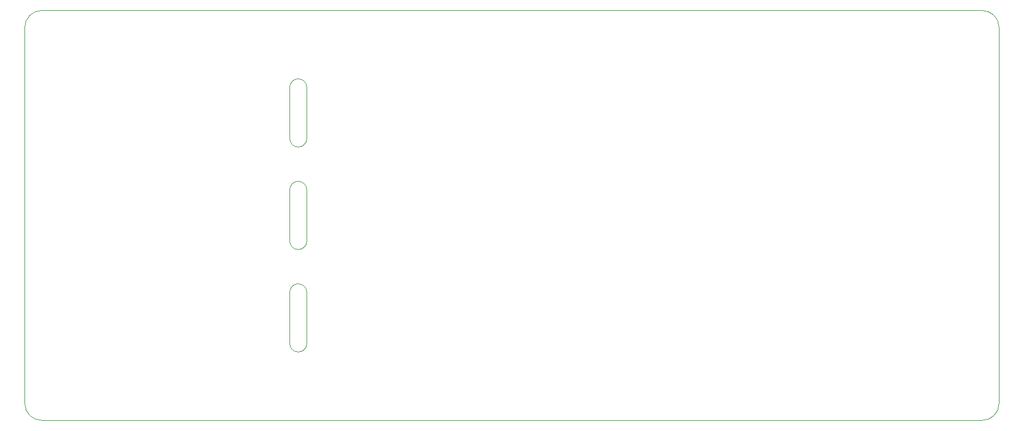
<source format=gbr>
%TF.GenerationSoftware,KiCad,Pcbnew,(7.0.0-0)*%
%TF.CreationDate,2023-06-28T09:11:27-07:00*%
%TF.ProjectId,Power Stage,506f7765-7220-4537-9461-67652e6b6963,rev?*%
%TF.SameCoordinates,Original*%
%TF.FileFunction,Profile,NP*%
%FSLAX46Y46*%
G04 Gerber Fmt 4.6, Leading zero omitted, Abs format (unit mm)*
G04 Created by KiCad (PCBNEW (7.0.0-0)) date 2023-06-28 09:11:27*
%MOMM*%
%LPD*%
G01*
G04 APERTURE LIST*
%TA.AperFunction,Profile*%
%ADD10C,0.100000*%
%TD*%
G04 APERTURE END LIST*
D10*
X140970000Y-90170000D02*
X140970000Y-82550000D01*
X142240000Y-91440000D02*
X142240000Y-91440000D01*
X143510000Y-82550000D02*
G75*
G03*
X142240000Y-81280000I-1269999J1D01*
G01*
X140970000Y-90170000D02*
G75*
G03*
X142240000Y-91440000I1269999J-1D01*
G01*
X142240000Y-91440000D02*
G75*
G03*
X143510000Y-90170000I1J1269999D01*
G01*
X143510000Y-82550000D02*
X143510000Y-90170000D01*
X142240000Y-81280000D02*
X142240000Y-81280000D01*
X142240000Y-81280000D02*
G75*
G03*
X140970000Y-82550000I-1J-1269999D01*
G01*
X140970000Y-105410000D02*
X140970000Y-97790000D01*
X142240000Y-106680000D02*
X142240000Y-106680000D01*
X143510000Y-97790000D02*
G75*
G03*
X142240000Y-96520000I-1269999J1D01*
G01*
X140970000Y-105410000D02*
G75*
G03*
X142240000Y-106680000I1269999J-1D01*
G01*
X142240000Y-106680000D02*
G75*
G03*
X143510000Y-105410000I1J1269999D01*
G01*
X143510000Y-97790000D02*
X143510000Y-105410000D01*
X142240000Y-96520000D02*
X142240000Y-96520000D01*
X142240000Y-96520000D02*
G75*
G03*
X140970000Y-97790000I-1J-1269999D01*
G01*
X140970000Y-120650000D02*
G75*
G03*
X142240000Y-121920000I1270000J0D01*
G01*
X142240000Y-121920000D02*
G75*
G03*
X143510000Y-120650000I0J1270000D01*
G01*
X142240000Y-121920000D02*
X142240000Y-121920000D01*
X142240000Y-111760000D02*
G75*
G03*
X140970000Y-113030000I0J-1270000D01*
G01*
X140970000Y-120650000D02*
X140970000Y-113030000D01*
X143510000Y-113030000D02*
G75*
G03*
X142240000Y-111760000I-1270000J0D01*
G01*
X143510000Y-113030000D02*
X143510000Y-120650000D01*
X142240000Y-111760000D02*
X142240000Y-111760000D01*
X246380000Y-73660000D02*
G75*
G03*
X243840000Y-71120000I-2540000J0D01*
G01*
X104140000Y-71120000D02*
G75*
G03*
X101600000Y-73660000I0J-2540000D01*
G01*
X104140000Y-71120000D02*
X243840000Y-71120000D01*
X243840000Y-132080000D02*
G75*
G03*
X246380000Y-129540000I0J2540000D01*
G01*
X246380000Y-73660000D02*
X246380000Y-129540000D01*
X101600000Y-129540000D02*
G75*
G03*
X104140000Y-132080000I2540000J0D01*
G01*
X101600000Y-129540000D02*
X101600000Y-73660000D01*
X243840000Y-132080000D02*
X104140000Y-132080000D01*
M02*

</source>
